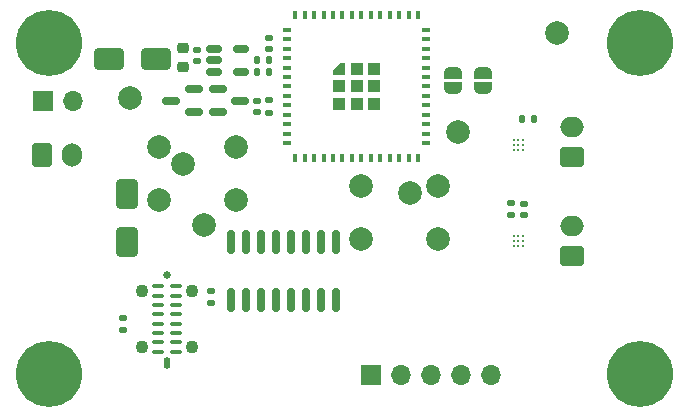
<source format=gts>
%TF.GenerationSoftware,KiCad,Pcbnew,8.0.1*%
%TF.CreationDate,2025-02-14T15:05:20+08:00*%
%TF.ProjectId,SpeakerDriver,53706561-6b65-4724-9472-697665722e6b,rev?*%
%TF.SameCoordinates,Original*%
%TF.FileFunction,Soldermask,Top*%
%TF.FilePolarity,Negative*%
%FSLAX46Y46*%
G04 Gerber Fmt 4.6, Leading zero omitted, Abs format (unit mm)*
G04 Created by KiCad (PCBNEW 8.0.1) date 2025-02-14 15:05:20*
%MOMM*%
%LPD*%
G01*
G04 APERTURE LIST*
G04 Aperture macros list*
%AMRoundRect*
0 Rectangle with rounded corners*
0 $1 Rounding radius*
0 $2 $3 $4 $5 $6 $7 $8 $9 X,Y pos of 4 corners*
0 Add a 4 corners polygon primitive as box body*
4,1,4,$2,$3,$4,$5,$6,$7,$8,$9,$2,$3,0*
0 Add four circle primitives for the rounded corners*
1,1,$1+$1,$2,$3*
1,1,$1+$1,$4,$5*
1,1,$1+$1,$6,$7*
1,1,$1+$1,$8,$9*
0 Add four rect primitives between the rounded corners*
20,1,$1+$1,$2,$3,$4,$5,0*
20,1,$1+$1,$4,$5,$6,$7,0*
20,1,$1+$1,$6,$7,$8,$9,0*
20,1,$1+$1,$8,$9,$2,$3,0*%
%AMFreePoly0*
4,1,19,0.500000,-0.750000,0.000000,-0.750000,0.000000,-0.744911,-0.071157,-0.744911,-0.207708,-0.704816,-0.327430,-0.627875,-0.420627,-0.520320,-0.479746,-0.390866,-0.500000,-0.250000,-0.500000,0.250000,-0.479746,0.390866,-0.420627,0.520320,-0.327430,0.627875,-0.207708,0.704816,-0.071157,0.744911,0.000000,0.744911,0.000000,0.750000,0.500000,0.750000,0.500000,-0.750000,0.500000,-0.750000,
$1*%
%AMFreePoly1*
4,1,19,0.000000,0.744911,0.071157,0.744911,0.207708,0.704816,0.327430,0.627875,0.420627,0.520320,0.479746,0.390866,0.500000,0.250000,0.500000,-0.250000,0.479746,-0.390866,0.420627,-0.520320,0.327430,-0.627875,0.207708,-0.704816,0.071157,-0.744911,0.000000,-0.744911,0.000000,-0.750000,-0.500000,-0.750000,-0.500000,0.750000,0.000000,0.750000,0.000000,0.744911,0.000000,0.744911,
$1*%
%AMFreePoly2*
4,1,6,0.500000,-0.100000,0.500000,-0.500000,-0.500000,-0.500000,-0.500000,0.500000,-0.100000,0.500000,0.500000,-0.100000,0.500000,-0.100000,$1*%
G04 Aperture macros list end*
%ADD10C,2.000000*%
%ADD11RoundRect,0.225000X-0.250000X0.225000X-0.250000X-0.225000X0.250000X-0.225000X0.250000X0.225000X0*%
%ADD12RoundRect,0.140000X-0.140000X-0.170000X0.140000X-0.170000X0.140000X0.170000X-0.140000X0.170000X0*%
%ADD13RoundRect,0.140000X0.170000X-0.140000X0.170000X0.140000X-0.170000X0.140000X-0.170000X-0.140000X0*%
%ADD14C,0.310000*%
%ADD15RoundRect,0.250000X1.000000X0.650000X-1.000000X0.650000X-1.000000X-0.650000X1.000000X-0.650000X0*%
%ADD16RoundRect,0.150000X0.150000X-0.825000X0.150000X0.825000X-0.150000X0.825000X-0.150000X-0.825000X0*%
%ADD17RoundRect,0.250000X0.750000X-0.600000X0.750000X0.600000X-0.750000X0.600000X-0.750000X-0.600000X0*%
%ADD18O,2.000000X1.700000*%
%ADD19RoundRect,0.150000X-0.587500X-0.150000X0.587500X-0.150000X0.587500X0.150000X-0.587500X0.150000X0*%
%ADD20C,5.600000*%
%ADD21R,1.700000X1.700000*%
%ADD22O,1.700000X1.700000*%
%ADD23RoundRect,0.135000X0.135000X0.185000X-0.135000X0.185000X-0.135000X-0.185000X0.135000X-0.185000X0*%
%ADD24RoundRect,0.135000X-0.185000X0.135000X-0.185000X-0.135000X0.185000X-0.135000X0.185000X0.135000X0*%
%ADD25RoundRect,0.250000X-0.600000X-0.750000X0.600000X-0.750000X0.600000X0.750000X-0.600000X0.750000X0*%
%ADD26O,1.700000X2.000000*%
%ADD27FreePoly0,90.000000*%
%ADD28FreePoly1,90.000000*%
%ADD29RoundRect,0.150000X0.587500X0.150000X-0.587500X0.150000X-0.587500X-0.150000X0.587500X-0.150000X0*%
%ADD30FreePoly0,270.000000*%
%ADD31FreePoly1,270.000000*%
%ADD32RoundRect,0.140000X-0.170000X0.140000X-0.170000X-0.140000X0.170000X-0.140000X0.170000X0.140000X0*%
%ADD33RoundRect,0.250000X-0.650000X1.000000X-0.650000X-1.000000X0.650000X-1.000000X0.650000X1.000000X0*%
%ADD34RoundRect,0.150000X-0.512500X-0.150000X0.512500X-0.150000X0.512500X0.150000X-0.512500X0.150000X0*%
%ADD35C,0.660000*%
%ADD36O,0.580000X1.000000*%
%ADD37RoundRect,0.075000X-0.425000X0.075000X-0.425000X-0.075000X0.425000X-0.075000X0.425000X0.075000X0*%
%ADD38C,1.100000*%
%ADD39RoundRect,0.135000X-0.135000X-0.185000X0.135000X-0.185000X0.135000X0.185000X-0.135000X0.185000X0*%
%ADD40R,0.800000X0.400000*%
%ADD41R,0.400000X0.800000*%
%ADD42FreePoly2,90.000000*%
%ADD43R,1.000000X1.000000*%
G04 APERTURE END LIST*
D10*
%TO.C,TP6*%
X171100000Y-91200000D03*
%TD*%
D11*
%TO.C,C6*%
X139400000Y-92525000D03*
X139400000Y-94075000D03*
%TD*%
D12*
%TO.C,C5*%
X168120000Y-98500000D03*
X169080000Y-98500000D03*
%TD*%
D13*
%TO.C,C4*%
X168300000Y-106680000D03*
X168300000Y-105720000D03*
%TD*%
D14*
%TO.C,U2*%
X167400000Y-108450000D03*
X167800000Y-108450000D03*
X168200000Y-108450000D03*
X167400000Y-108850000D03*
X167800000Y-108850000D03*
X168200000Y-108850000D03*
X167400000Y-109250000D03*
X167800000Y-109250000D03*
X168200000Y-109250000D03*
%TD*%
%TO.C,U1*%
X167400000Y-100300000D03*
X167800000Y-100300000D03*
X168200000Y-100300000D03*
X167400000Y-100700000D03*
X167800000Y-100700000D03*
X168200000Y-100700000D03*
X167400000Y-101100000D03*
X167800000Y-101100000D03*
X168200000Y-101100000D03*
%TD*%
D15*
%TO.C,D2*%
X137100000Y-93400000D03*
X133100000Y-93400000D03*
%TD*%
D16*
%TO.C,U4*%
X143500000Y-113875000D03*
X144770000Y-113875000D03*
X146040000Y-113875000D03*
X147310000Y-113875000D03*
X148580000Y-113875000D03*
X149850000Y-113875000D03*
X151120000Y-113875000D03*
X152390000Y-113875000D03*
X152390000Y-108925000D03*
X151120000Y-108925000D03*
X149850000Y-108925000D03*
X148580000Y-108925000D03*
X147310000Y-108925000D03*
X146040000Y-108925000D03*
X144770000Y-108925000D03*
X143500000Y-108925000D03*
%TD*%
D10*
%TO.C,TP2*%
X158650000Y-104750000D03*
%TD*%
D17*
%TO.C,J1*%
X172350000Y-101700000D03*
D18*
X172350000Y-99200000D03*
%TD*%
D19*
%TO.C,Q1*%
X142325000Y-96000000D03*
X142325000Y-97900000D03*
X144200000Y-96950000D03*
%TD*%
D20*
%TO.C,H3*%
X128100000Y-120100000D03*
%TD*%
D17*
%TO.C,J2*%
X172350000Y-110100000D03*
D18*
X172350000Y-107600000D03*
%TD*%
D13*
%TO.C,C1*%
X146700000Y-92580000D03*
X146700000Y-91620000D03*
%TD*%
D21*
%TO.C,J4*%
X127560000Y-97000000D03*
D22*
X130100000Y-97000000D03*
%TD*%
D23*
%TO.C,R6*%
X146710000Y-94500000D03*
X145690000Y-94500000D03*
%TD*%
D10*
%TO.C,TP3*%
X139400000Y-102350000D03*
%TD*%
%TO.C,TP5*%
X134950000Y-96700000D03*
%TD*%
D24*
%TO.C,R4*%
X146700000Y-97960000D03*
X146700000Y-96940000D03*
%TD*%
D25*
%TO.C,J6*%
X127500000Y-101600000D03*
D26*
X130000000Y-101600000D03*
%TD*%
D22*
%TO.C,J5*%
X165485000Y-120150000D03*
X162945000Y-120150000D03*
X160405000Y-120150000D03*
X157865000Y-120150000D03*
D21*
X155325000Y-120150000D03*
%TD*%
D24*
%TO.C,R3*%
X134300000Y-115340000D03*
X134300000Y-116360000D03*
%TD*%
D27*
%TO.C,JP1*%
X162300000Y-95900000D03*
D28*
X162300000Y-94600000D03*
%TD*%
D20*
%TO.C,H1*%
X128100000Y-92100000D03*
%TD*%
D29*
%TO.C,Q2*%
X140300000Y-97900000D03*
X140300000Y-96000000D03*
X138425000Y-96950000D03*
%TD*%
D30*
%TO.C,JP2*%
X164800000Y-94600000D03*
D31*
X164800000Y-95900000D03*
%TD*%
D32*
%TO.C,C2*%
X140600000Y-92640000D03*
X140600000Y-93600000D03*
%TD*%
D24*
%TO.C,R2*%
X141800000Y-113050000D03*
X141800000Y-114070000D03*
%TD*%
D33*
%TO.C,D1*%
X134700000Y-104900000D03*
X134700000Y-108900000D03*
%TD*%
D10*
%TO.C,TP4*%
X141200000Y-107450000D03*
%TD*%
%TO.C,TP1*%
X162700000Y-99600000D03*
%TD*%
D34*
%TO.C,U5*%
X142025000Y-92600000D03*
X142025000Y-93550000D03*
X142025000Y-94500000D03*
X144300000Y-94500000D03*
X144300000Y-92600000D03*
%TD*%
D20*
%TO.C,H4*%
X178100000Y-120100000D03*
%TD*%
D32*
%TO.C,C3*%
X145700000Y-97930000D03*
X145700000Y-96970000D03*
%TD*%
D20*
%TO.C,H2*%
X178100000Y-92100000D03*
%TD*%
D35*
%TO.C,J3*%
X138050000Y-111700000D03*
D36*
X138050000Y-119200000D03*
D37*
X138810000Y-112670000D03*
X138810000Y-113460000D03*
X138810000Y-114250000D03*
X138810000Y-115040000D03*
X138810000Y-115830000D03*
X138810000Y-116620000D03*
X138810000Y-117410000D03*
X138810000Y-118200000D03*
X137290000Y-118200000D03*
X137290000Y-117410000D03*
X137290000Y-116620000D03*
X137290000Y-115830000D03*
X137290000Y-115040000D03*
X137290000Y-114250000D03*
X137290000Y-113460000D03*
X137290000Y-112670000D03*
D38*
X140200000Y-113050000D03*
X135900000Y-113050000D03*
X140200000Y-117850000D03*
X135900000Y-117850000D03*
%TD*%
D39*
%TO.C,R5*%
X145690000Y-93500000D03*
X146710000Y-93500000D03*
%TD*%
D24*
%TO.C,R1*%
X167200000Y-105630000D03*
X167200000Y-106650000D03*
%TD*%
D40*
%TO.C,U3*%
X148200000Y-90950000D03*
X148200000Y-91750000D03*
X148200000Y-92550000D03*
X148200000Y-93350000D03*
X148200000Y-94150000D03*
X148200000Y-94950000D03*
X148200000Y-95750000D03*
X148200000Y-96550000D03*
X148200000Y-97350000D03*
X148200000Y-98150000D03*
X148200000Y-98950000D03*
X148200000Y-99750000D03*
X148200000Y-100550000D03*
D41*
X148900000Y-101800000D03*
X149700000Y-101800000D03*
X150500000Y-101800000D03*
X151300000Y-101800000D03*
X152100000Y-101800000D03*
X152900000Y-101800000D03*
X153700000Y-101800000D03*
X154500000Y-101800000D03*
X155300000Y-101800000D03*
X156100000Y-101800000D03*
X156900000Y-101800000D03*
X157700000Y-101800000D03*
X158500000Y-101800000D03*
X159300000Y-101800000D03*
D40*
X160000000Y-100550000D03*
X160000000Y-99750000D03*
X160000000Y-98950000D03*
X160000000Y-98150000D03*
X160000000Y-97350000D03*
X160000000Y-96550000D03*
X160000000Y-95750000D03*
X160000000Y-94950000D03*
X160000000Y-94150000D03*
X160000000Y-93350000D03*
X160000000Y-92550000D03*
X160000000Y-91750000D03*
X160000000Y-90950000D03*
D41*
X159300000Y-89700000D03*
X158500000Y-89700000D03*
X157700000Y-89700000D03*
X156900000Y-89700000D03*
X156100000Y-89700000D03*
X155300000Y-89700000D03*
X154500000Y-89700000D03*
X153700000Y-89700000D03*
X152900000Y-89700000D03*
X152100000Y-89700000D03*
X151300000Y-89700000D03*
X150500000Y-89700000D03*
X149700000Y-89700000D03*
X148900000Y-89700000D03*
D42*
X152600000Y-94250000D03*
D43*
X152600000Y-95750000D03*
X152600000Y-97250000D03*
X154100000Y-94250000D03*
X154100000Y-95750000D03*
X154100000Y-97250000D03*
X155600000Y-94250000D03*
X155600000Y-95750000D03*
X155600000Y-97250000D03*
%TD*%
D10*
%TO.C,SW1*%
X143900000Y-100900000D03*
X137400000Y-100900000D03*
X143900000Y-105400000D03*
X137400000Y-105400000D03*
%TD*%
%TO.C,SW2*%
X161000000Y-104200000D03*
X154500000Y-104200000D03*
X161000000Y-108700000D03*
X154500000Y-108700000D03*
%TD*%
M02*

</source>
